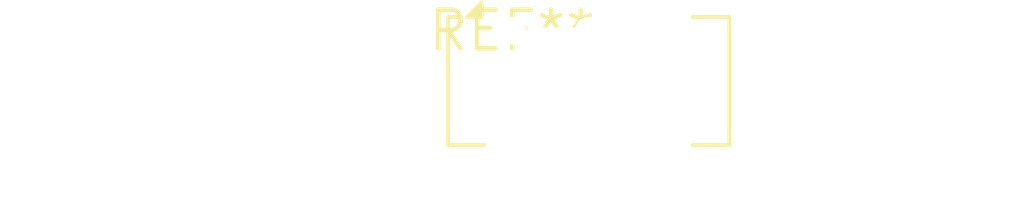
<source format=kicad_pcb>
(kicad_pcb (version 20240108) (generator pcbnew)
  (layers (0 "F.Cu" signal) (31 "B.Cu" signal) (34 "B.Paste" user) (35 "F.Paste" user) (36 "B.SilkS" user "B.Silkscreen") (37 "F.SilkS" user "F.Silkscreen") (38 "B.Mask" user) (39 "F.Mask" user) (44 "Edge.Cuts" user))
  (net 0 "")
  (footprint "SW_CK_JS202011AQN_DPDT_Angled" (layer "F.Cu") (at 0 0)
    (property "Reference" "REF**")
    (property "Value" "SW_CK_JS202011AQN_DPDT_Angled")
    (fp_line (start -2.1 -0.45) (end -2.1 3.75) (layer "F.SilkS") (stroke (width 0.12)))
    (fp_line (start -2.1 3.75) (end -0.9 3.75) (layer "F.SilkS") (stroke (width 0.12)))
    (fp_line (start -1.75 -0.45) (end -2.1 -0.45) (layer "F.SilkS") (stroke (width 0.12)))
    (fp_line (start 5.9 -0.45) (end 7.1 -0.45) (layer "F.SilkS") (stroke (width 0.12)))
    (fp_line (start 7.1 -0.45) (end 7.1 3.75) (layer "F.SilkS") (stroke (width 0.12)))
    (fp_line (start 7.1 3.75) (end 5.9 3.75) (layer "F.SilkS") (stroke (width 0.12)))
    (fp_poly (pts (xy -1 -0.45) (xy -1.48 -0.45) (xy -1 -0.93) (xy -1 -0.45)) (layer "F.SilkS") (stroke (width 0.12)) (fill solid))
    (pad "1" thru_hole roundrect (at 0 0) (size 1.4 1.4) (drill 0.9) (layers *.Cu *.Mask) (remove_unused_layers) (roundrect_rratio 0.1785714286))
    (pad "2" thru_hole circle (at 2.5 0) (size 1.4 1.4) (drill 0.9) (layers *.Cu *.Mask) (remove_unused_layers))
    (pad "3" thru_hole circle (at 5 0) (size 1.4 1.4) (drill 0.9) (layers *.Cu *.Mask) (remove_unused_layers))
    (pad "4" thru_hole circle (at 5 3.3) (size 1.4 1.4) (drill 0.9) (layers *.Cu *.Mask) (remove_unused_layers))
    (pad "5" thru_hole circle (at 2.5 3.3) (size 1.4 1.4) (drill 0.9) (layers *.Cu *.Mask) (remove_unused_layers))
    (pad "6" thru_hole circle (at 0 3.3) (size 1.4 1.4) (drill 0.9) (layers *.Cu *.Mask) (remove_unused_layers))
  )
)
</source>
